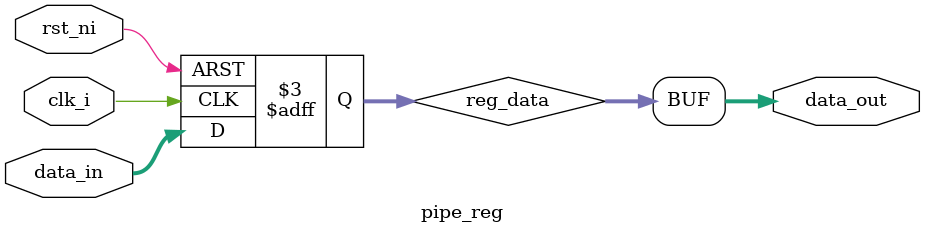
<source format=sv>
/*
 * Copyright 2024 EPFL
 * Solderpad Hardware License, Version 2.1, see LICENSE.md for details.
 * SPDX-License-Identifier: Apache-2.0 WITH SHL-2.1
 *
 * Author: Tommaso Terzano <tommaso.terzano@epfl.ch>
 *                         <tommaso.terzano@gmail.com>
 *  
 * Info: Generic pipe register
 */

module pipe_reg #(parameter WIDTH = 8) (
  input logic clk_i,
  input logic rst_ni,
  input logic [WIDTH-1:0] data_in,
  output logic [WIDTH-1:0] data_out
);

  logic [WIDTH-1:0] reg_data;

  always_ff @(posedge clk_i, negedge rst_ni) begin
    if (!rst_ni)
      reg_data <= '0;
    else
      reg_data <= data_in;
  end

  assign data_out = reg_data;
endmodule

</source>
